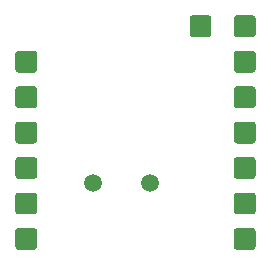
<source format=gbs>
G04 #@! TF.GenerationSoftware,KiCad,Pcbnew,5.1.10-88a1d61d58~90~ubuntu20.04.1*
G04 #@! TF.CreationDate,2021-09-15T21:40:18+02:00*
G04 #@! TF.ProjectId,snes2atari,736e6573-3261-4746-9172-692e6b696361,rev?*
G04 #@! TF.SameCoordinates,Original*
G04 #@! TF.FileFunction,Soldermask,Bot*
G04 #@! TF.FilePolarity,Negative*
%FSLAX46Y46*%
G04 Gerber Fmt 4.6, Leading zero omitted, Abs format (unit mm)*
G04 Created by KiCad (PCBNEW 5.1.10-88a1d61d58~90~ubuntu20.04.1) date 2021-09-15 21:40:18*
%MOMM*%
%LPD*%
G01*
G04 APERTURE LIST*
%ADD10C,1.500000*%
G04 APERTURE END LIST*
D10*
X125870000Y-89750000D03*
X130750000Y-89750000D03*
G36*
G01*
X119325000Y-95175001D02*
X119325000Y-93824999D01*
G75*
G02*
X119574999Y-93575000I249999J0D01*
G01*
X120925001Y-93575000D01*
G75*
G02*
X121175000Y-93824999I0J-249999D01*
G01*
X121175000Y-95175001D01*
G75*
G02*
X120925001Y-95425000I-249999J0D01*
G01*
X119574999Y-95425000D01*
G75*
G02*
X119325000Y-95175001I0J249999D01*
G01*
G37*
G36*
G01*
X137825000Y-95175001D02*
X137825000Y-93824999D01*
G75*
G02*
X138074999Y-93575000I249999J0D01*
G01*
X139425001Y-93575000D01*
G75*
G02*
X139675000Y-93824999I0J-249999D01*
G01*
X139675000Y-95175001D01*
G75*
G02*
X139425001Y-95425000I-249999J0D01*
G01*
X138074999Y-95425000D01*
G75*
G02*
X137825000Y-95175001I0J249999D01*
G01*
G37*
G36*
G01*
X119325000Y-92175001D02*
X119325000Y-90824999D01*
G75*
G02*
X119574999Y-90575000I249999J0D01*
G01*
X120925001Y-90575000D01*
G75*
G02*
X121175000Y-90824999I0J-249999D01*
G01*
X121175000Y-92175001D01*
G75*
G02*
X120925001Y-92425000I-249999J0D01*
G01*
X119574999Y-92425000D01*
G75*
G02*
X119325000Y-92175001I0J249999D01*
G01*
G37*
G36*
G01*
X137825000Y-77175001D02*
X137825000Y-75824999D01*
G75*
G02*
X138074999Y-75575000I249999J0D01*
G01*
X139425001Y-75575000D01*
G75*
G02*
X139675000Y-75824999I0J-249999D01*
G01*
X139675000Y-77175001D01*
G75*
G02*
X139425001Y-77425000I-249999J0D01*
G01*
X138074999Y-77425000D01*
G75*
G02*
X137825000Y-77175001I0J249999D01*
G01*
G37*
G36*
G01*
X137825000Y-80175001D02*
X137825000Y-78824999D01*
G75*
G02*
X138074999Y-78575000I249999J0D01*
G01*
X139425001Y-78575000D01*
G75*
G02*
X139675000Y-78824999I0J-249999D01*
G01*
X139675000Y-80175001D01*
G75*
G02*
X139425001Y-80425000I-249999J0D01*
G01*
X138074999Y-80425000D01*
G75*
G02*
X137825000Y-80175001I0J249999D01*
G01*
G37*
G36*
G01*
X137825000Y-83175001D02*
X137825000Y-81824999D01*
G75*
G02*
X138074999Y-81575000I249999J0D01*
G01*
X139425001Y-81575000D01*
G75*
G02*
X139675000Y-81824999I0J-249999D01*
G01*
X139675000Y-83175001D01*
G75*
G02*
X139425001Y-83425000I-249999J0D01*
G01*
X138074999Y-83425000D01*
G75*
G02*
X137825000Y-83175001I0J249999D01*
G01*
G37*
G36*
G01*
X137825000Y-86175001D02*
X137825000Y-84824999D01*
G75*
G02*
X138074999Y-84575000I249999J0D01*
G01*
X139425001Y-84575000D01*
G75*
G02*
X139675000Y-84824999I0J-249999D01*
G01*
X139675000Y-86175001D01*
G75*
G02*
X139425001Y-86425000I-249999J0D01*
G01*
X138074999Y-86425000D01*
G75*
G02*
X137825000Y-86175001I0J249999D01*
G01*
G37*
G36*
G01*
X137825000Y-89175001D02*
X137825000Y-87824999D01*
G75*
G02*
X138074999Y-87575000I249999J0D01*
G01*
X139425001Y-87575000D01*
G75*
G02*
X139675000Y-87824999I0J-249999D01*
G01*
X139675000Y-89175001D01*
G75*
G02*
X139425001Y-89425000I-249999J0D01*
G01*
X138074999Y-89425000D01*
G75*
G02*
X137825000Y-89175001I0J249999D01*
G01*
G37*
G36*
G01*
X137825000Y-92175001D02*
X137825000Y-90824999D01*
G75*
G02*
X138074999Y-90575000I249999J0D01*
G01*
X139425001Y-90575000D01*
G75*
G02*
X139675000Y-90824999I0J-249999D01*
G01*
X139675000Y-92175001D01*
G75*
G02*
X139425001Y-92425000I-249999J0D01*
G01*
X138074999Y-92425000D01*
G75*
G02*
X137825000Y-92175001I0J249999D01*
G01*
G37*
G36*
G01*
X119325000Y-89175001D02*
X119325000Y-87824999D01*
G75*
G02*
X119574999Y-87575000I249999J0D01*
G01*
X120925001Y-87575000D01*
G75*
G02*
X121175000Y-87824999I0J-249999D01*
G01*
X121175000Y-89175001D01*
G75*
G02*
X120925001Y-89425000I-249999J0D01*
G01*
X119574999Y-89425000D01*
G75*
G02*
X119325000Y-89175001I0J249999D01*
G01*
G37*
G36*
G01*
X119325000Y-86175001D02*
X119325000Y-84824999D01*
G75*
G02*
X119574999Y-84575000I249999J0D01*
G01*
X120925001Y-84575000D01*
G75*
G02*
X121175000Y-84824999I0J-249999D01*
G01*
X121175000Y-86175001D01*
G75*
G02*
X120925001Y-86425000I-249999J0D01*
G01*
X119574999Y-86425000D01*
G75*
G02*
X119325000Y-86175001I0J249999D01*
G01*
G37*
G36*
G01*
X119325000Y-83175001D02*
X119325000Y-81824999D01*
G75*
G02*
X119574999Y-81575000I249999J0D01*
G01*
X120925001Y-81575000D01*
G75*
G02*
X121175000Y-81824999I0J-249999D01*
G01*
X121175000Y-83175001D01*
G75*
G02*
X120925001Y-83425000I-249999J0D01*
G01*
X119574999Y-83425000D01*
G75*
G02*
X119325000Y-83175001I0J249999D01*
G01*
G37*
G36*
G01*
X119325000Y-80175001D02*
X119325000Y-78824999D01*
G75*
G02*
X119574999Y-78575000I249999J0D01*
G01*
X120925001Y-78575000D01*
G75*
G02*
X121175000Y-78824999I0J-249999D01*
G01*
X121175000Y-80175001D01*
G75*
G02*
X120925001Y-80425000I-249999J0D01*
G01*
X119574999Y-80425000D01*
G75*
G02*
X119325000Y-80175001I0J249999D01*
G01*
G37*
G36*
G01*
X134075000Y-77175001D02*
X134075000Y-75824999D01*
G75*
G02*
X134324999Y-75575000I249999J0D01*
G01*
X135675001Y-75575000D01*
G75*
G02*
X135925000Y-75824999I0J-249999D01*
G01*
X135925000Y-77175001D01*
G75*
G02*
X135675001Y-77425000I-249999J0D01*
G01*
X134324999Y-77425000D01*
G75*
G02*
X134075000Y-77175001I0J249999D01*
G01*
G37*
M02*

</source>
